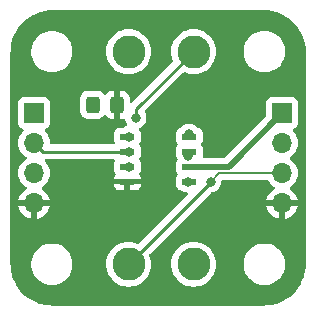
<source format=gtl>
%TF.GenerationSoftware,KiCad,Pcbnew,7.0.6*%
%TF.CreationDate,2023-11-15T12:58:54-06:00*%
%TF.ProjectId,TorqueSensorAmpifierPCB,546f7271-7565-4536-956e-736f72416d70,rev?*%
%TF.SameCoordinates,Original*%
%TF.FileFunction,Copper,L1,Top*%
%TF.FilePolarity,Positive*%
%FSLAX46Y46*%
G04 Gerber Fmt 4.6, Leading zero omitted, Abs format (unit mm)*
G04 Created by KiCad (PCBNEW 7.0.6) date 2023-11-15 12:58:54*
%MOMM*%
%LPD*%
G01*
G04 APERTURE LIST*
G04 Aperture macros list*
%AMRoundRect*
0 Rectangle with rounded corners*
0 $1 Rounding radius*
0 $2 $3 $4 $5 $6 $7 $8 $9 X,Y pos of 4 corners*
0 Add a 4 corners polygon primitive as box body*
4,1,4,$2,$3,$4,$5,$6,$7,$8,$9,$2,$3,0*
0 Add four circle primitives for the rounded corners*
1,1,$1+$1,$2,$3*
1,1,$1+$1,$4,$5*
1,1,$1+$1,$6,$7*
1,1,$1+$1,$8,$9*
0 Add four rect primitives between the rounded corners*
20,1,$1+$1,$2,$3,$4,$5,0*
20,1,$1+$1,$4,$5,$6,$7,0*
20,1,$1+$1,$6,$7,$8,$9,0*
20,1,$1+$1,$8,$9,$2,$3,0*%
G04 Aperture macros list end*
%TA.AperFunction,ComponentPad*%
%ADD10C,2.800000*%
%TD*%
%TA.AperFunction,SMDPad,CuDef*%
%ADD11RoundRect,0.250000X0.325000X0.450000X-0.325000X0.450000X-0.325000X-0.450000X0.325000X-0.450000X0*%
%TD*%
%TA.AperFunction,ComponentPad*%
%ADD12R,1.700000X1.700000*%
%TD*%
%TA.AperFunction,ComponentPad*%
%ADD13O,1.700000X1.700000*%
%TD*%
%TA.AperFunction,SMDPad,CuDef*%
%ADD14R,1.257300X0.508000*%
%TD*%
%TA.AperFunction,ViaPad*%
%ADD15C,0.800000*%
%TD*%
%TA.AperFunction,Conductor*%
%ADD16C,0.250000*%
%TD*%
%TA.AperFunction,Conductor*%
%ADD17C,0.200000*%
%TD*%
%TA.AperFunction,Conductor*%
%ADD18C,0.500000*%
%TD*%
G04 APERTURE END LIST*
D10*
%TO.P,TP1,1,1*%
%TO.N,/SIG_IN_+*%
X73000000Y-91500000D03*
%TD*%
D11*
%TO.P,D1,1,K*%
%TO.N,GND*%
X66525000Y-96000000D03*
%TO.P,D1,2,A*%
%TO.N,Net-(D1-A)*%
X64475000Y-96000000D03*
%TD*%
D12*
%TO.P,J2,1,Pin_1*%
%TO.N,+5V*%
X80500000Y-96700000D03*
D13*
%TO.P,J2,2,Pin_2*%
%TO.N,GNDS*%
X80500000Y-99240000D03*
%TO.P,J2,3,Pin_3*%
%TO.N,/SIG_OUT_+*%
X80500000Y-101780000D03*
%TO.P,J2,4,Pin_4*%
%TO.N,GND*%
X80500000Y-104320000D03*
%TD*%
D10*
%TO.P,TP4,1,1*%
%TO.N,GNDS*%
X73000000Y-109500000D03*
%TD*%
D14*
%TO.P,U1,1,GAIN*%
%TO.N,Net-(R2-Pad1)*%
X67402450Y-98690000D03*
%TO.P,U1,2,-*%
%TO.N,GNDS*%
X67402450Y-99960000D03*
%TO.P,U1,3,+*%
%TO.N,/SIG_IN_+*%
X67402450Y-101230000D03*
%TO.P,U1,4,GND*%
%TO.N,GND*%
X67402450Y-102500000D03*
%TO.P,U1,5*%
%TO.N,Net-(C3-Pad1)*%
X72647550Y-102500000D03*
%TO.P,U1,6,V+*%
%TO.N,+5V*%
X72647550Y-101230000D03*
%TO.P,U1,7,BYPASS*%
%TO.N,Net-(U1-BYPASS)*%
X72647550Y-99960000D03*
%TO.P,U1,8,GAIN*%
%TO.N,Net-(C2-Pad1)*%
X72647550Y-98690000D03*
%TD*%
D10*
%TO.P,TP2,1,1*%
%TO.N,GNDS*%
X67500000Y-91500000D03*
%TD*%
%TO.P,TP3,1,1*%
%TO.N,/SIG_OUT_+*%
X67500000Y-109500000D03*
%TD*%
D12*
%TO.P,J1,1,Pin_1*%
%TO.N,+5V*%
X59500000Y-96700000D03*
D13*
%TO.P,J1,2,Pin_2*%
%TO.N,GNDS*%
X59500000Y-99240000D03*
%TO.P,J1,3,Pin_3*%
%TO.N,/SIG_IN_+*%
X59500000Y-101780000D03*
%TO.P,J1,4,Pin_4*%
%TO.N,GND*%
X59500000Y-104320000D03*
%TD*%
D15*
%TO.N,Net-(U1-BYPASS)*%
X72550000Y-100376498D03*
%TO.N,Net-(C2-Pad1)*%
X72600000Y-98500000D03*
%TO.N,Net-(C3-Pad1)*%
X72500000Y-102500000D03*
%TO.N,/SIG_OUT_+*%
X74450000Y-102500000D03*
%TO.N,Net-(D1-A)*%
X64412500Y-96000000D03*
%TO.N,Net-(R2-Pad1)*%
X67550000Y-98690000D03*
%TO.N,GNDS*%
X67550000Y-99960000D03*
%TO.N,/SIG_IN_+*%
X67550000Y-101230000D03*
X68107701Y-97107701D03*
%TD*%
D16*
%TO.N,Net-(U1-BYPASS)*%
X72500000Y-100326498D02*
X72500000Y-99960000D01*
X72550000Y-100376498D02*
X72500000Y-100326498D01*
%TO.N,Net-(C2-Pad1)*%
X72500000Y-98600000D02*
X72600000Y-98500000D01*
X72500000Y-98690000D02*
X72500000Y-98600000D01*
%TO.N,/SIG_OUT_+*%
X74450000Y-102550000D02*
X74450000Y-102500000D01*
D17*
X80500000Y-101780000D02*
X75170000Y-101780000D01*
D16*
X67500000Y-109500000D02*
X74450000Y-102550000D01*
D17*
X75170000Y-101780000D02*
X74450000Y-102500000D01*
D16*
%TO.N,Net-(D1-A)*%
X64475000Y-96000000D02*
X64412500Y-96000000D01*
%TO.N,GNDS*%
X67550000Y-99960000D02*
X60220000Y-99960000D01*
X60220000Y-99960000D02*
X59500000Y-99240000D01*
%TO.N,/SIG_IN_+*%
X68107701Y-96392299D02*
X73000000Y-91500000D01*
X68107701Y-97107701D02*
X68107701Y-96392299D01*
D18*
%TO.N,+5V*%
X72500000Y-101230000D02*
X75970000Y-101230000D01*
X75970000Y-101230000D02*
X80500000Y-96700000D01*
%TD*%
%TA.AperFunction,Conductor*%
%TO.N,GND*%
G36*
X79001513Y-88000575D02*
G01*
X79067131Y-88003797D01*
X79152481Y-88007990D01*
X79346607Y-88018164D01*
X79352409Y-88018745D01*
X79521733Y-88043862D01*
X79697594Y-88071716D01*
X79702929Y-88072804D01*
X79872209Y-88115206D01*
X80041341Y-88160525D01*
X80046122Y-88162018D01*
X80211894Y-88221332D01*
X80374263Y-88283660D01*
X80378543Y-88285492D01*
X80464073Y-88325944D01*
X80538476Y-88361134D01*
X80692992Y-88439864D01*
X80696720Y-88441928D01*
X80848967Y-88533180D01*
X80994262Y-88627537D01*
X80997428Y-88629736D01*
X81140323Y-88735714D01*
X81274975Y-88844752D01*
X81277594Y-88846997D01*
X81408517Y-88965658D01*
X81410721Y-88967757D01*
X81532241Y-89089277D01*
X81534340Y-89091481D01*
X81653001Y-89222404D01*
X81655246Y-89225023D01*
X81764285Y-89359676D01*
X81870262Y-89502570D01*
X81872461Y-89505736D01*
X81966822Y-89651038D01*
X82058070Y-89803278D01*
X82060133Y-89807006D01*
X82138868Y-89961529D01*
X82214506Y-90121455D01*
X82216342Y-90125746D01*
X82278672Y-90288120D01*
X82289827Y-90319295D01*
X82337970Y-90453847D01*
X82339479Y-90458678D01*
X82384793Y-90627790D01*
X82427191Y-90797056D01*
X82428286Y-90802424D01*
X82456145Y-90978317D01*
X82481250Y-91147560D01*
X82481836Y-91153416D01*
X82492011Y-91347561D01*
X82499425Y-91498488D01*
X82499500Y-91501530D01*
X82499500Y-109498469D01*
X82499425Y-109501511D01*
X82492011Y-109652438D01*
X82481836Y-109846582D01*
X82481250Y-109852438D01*
X82456145Y-110021682D01*
X82428286Y-110197574D01*
X82427191Y-110202942D01*
X82384793Y-110372209D01*
X82339479Y-110541320D01*
X82337967Y-110546163D01*
X82278672Y-110711879D01*
X82216342Y-110874252D01*
X82214507Y-110878543D01*
X82138868Y-111038470D01*
X82060133Y-111192992D01*
X82058070Y-111196720D01*
X81966822Y-111348961D01*
X81872461Y-111494262D01*
X81870262Y-111497428D01*
X81764285Y-111640323D01*
X81655245Y-111774975D01*
X81653001Y-111777594D01*
X81534340Y-111908517D01*
X81532241Y-111910721D01*
X81410721Y-112032241D01*
X81408517Y-112034340D01*
X81277594Y-112153001D01*
X81274975Y-112155245D01*
X81140323Y-112264285D01*
X80997428Y-112370262D01*
X80994262Y-112372461D01*
X80848961Y-112466822D01*
X80696720Y-112558070D01*
X80692992Y-112560133D01*
X80538470Y-112638868D01*
X80378543Y-112714507D01*
X80374252Y-112716342D01*
X80211879Y-112778672D01*
X80046163Y-112837967D01*
X80041320Y-112839479D01*
X79872209Y-112884793D01*
X79702942Y-112927191D01*
X79697574Y-112928286D01*
X79521682Y-112956145D01*
X79352438Y-112981250D01*
X79346582Y-112981836D01*
X79152438Y-112992011D01*
X79001513Y-112999425D01*
X78998470Y-112999500D01*
X61001530Y-112999500D01*
X60998488Y-112999425D01*
X60847561Y-112992011D01*
X60653416Y-112981836D01*
X60647560Y-112981250D01*
X60478317Y-112956145D01*
X60302424Y-112928286D01*
X60297056Y-112927191D01*
X60127790Y-112884793D01*
X59958678Y-112839479D01*
X59953847Y-112837970D01*
X59847307Y-112799850D01*
X59788120Y-112778672D01*
X59625746Y-112716342D01*
X59621455Y-112714506D01*
X59461529Y-112638868D01*
X59307006Y-112560133D01*
X59303278Y-112558070D01*
X59151038Y-112466822D01*
X59005736Y-112372461D01*
X59002570Y-112370262D01*
X58859676Y-112264285D01*
X58725023Y-112155246D01*
X58722404Y-112153001D01*
X58591481Y-112034340D01*
X58589277Y-112032241D01*
X58467757Y-111910721D01*
X58465658Y-111908517D01*
X58346997Y-111777594D01*
X58344752Y-111774975D01*
X58235714Y-111640323D01*
X58129736Y-111497428D01*
X58127537Y-111494262D01*
X58033177Y-111348961D01*
X58020718Y-111328175D01*
X57963776Y-111233172D01*
X57941928Y-111196720D01*
X57939864Y-111192992D01*
X57861131Y-111038470D01*
X57785492Y-110878543D01*
X57783656Y-110874252D01*
X57735097Y-110747752D01*
X57721327Y-110711879D01*
X57662018Y-110546122D01*
X57660525Y-110541341D01*
X57615206Y-110372209D01*
X57572804Y-110202929D01*
X57571716Y-110197594D01*
X57543854Y-110021682D01*
X57518745Y-109852409D01*
X57518164Y-109846607D01*
X57507989Y-109652438D01*
X57506945Y-109631187D01*
X59249500Y-109631187D01*
X59269794Y-109765823D01*
X59288604Y-109890615D01*
X59288605Y-109890617D01*
X59288606Y-109890623D01*
X59365938Y-110141326D01*
X59479767Y-110377696D01*
X59479768Y-110377697D01*
X59479770Y-110377700D01*
X59479772Y-110377704D01*
X59583679Y-110530107D01*
X59627567Y-110594479D01*
X59806014Y-110786801D01*
X59806018Y-110786804D01*
X59806019Y-110786805D01*
X60011143Y-110950386D01*
X60238357Y-111081568D01*
X60482584Y-111177420D01*
X60738370Y-111235802D01*
X60738376Y-111235802D01*
X60738379Y-111235803D01*
X60934500Y-111250500D01*
X60934506Y-111250500D01*
X61065500Y-111250500D01*
X61261620Y-111235803D01*
X61261622Y-111235802D01*
X61261630Y-111235802D01*
X61517416Y-111177420D01*
X61761643Y-111081568D01*
X61988857Y-110950386D01*
X62193981Y-110786805D01*
X62372433Y-110594479D01*
X62520228Y-110377704D01*
X62634063Y-110141323D01*
X62711396Y-109890615D01*
X62750500Y-109631182D01*
X62750500Y-109500001D01*
X65594645Y-109500001D01*
X65614039Y-109771160D01*
X65614040Y-109771167D01*
X65640025Y-109890617D01*
X65671825Y-110036801D01*
X65731798Y-110197594D01*
X65766830Y-110291519D01*
X65897109Y-110530107D01*
X65897110Y-110530108D01*
X65897113Y-110530113D01*
X66060029Y-110747742D01*
X66060033Y-110747746D01*
X66060038Y-110747752D01*
X66252247Y-110939961D01*
X66252253Y-110939966D01*
X66252258Y-110939971D01*
X66469887Y-111102887D01*
X66469891Y-111102889D01*
X66469892Y-111102890D01*
X66708481Y-111233169D01*
X66708480Y-111233169D01*
X66708484Y-111233170D01*
X66708487Y-111233172D01*
X66963199Y-111328175D01*
X67228840Y-111385961D01*
X67480604Y-111403967D01*
X67499999Y-111405355D01*
X67500000Y-111405355D01*
X67500001Y-111405355D01*
X67518100Y-111404060D01*
X67771160Y-111385961D01*
X68036801Y-111328175D01*
X68291513Y-111233172D01*
X68291517Y-111233169D01*
X68291519Y-111233169D01*
X68444467Y-111149653D01*
X68530113Y-111102887D01*
X68747742Y-110939971D01*
X68939971Y-110747742D01*
X69102887Y-110530113D01*
X69189109Y-110372209D01*
X69233169Y-110291519D01*
X69233169Y-110291517D01*
X69233172Y-110291513D01*
X69328175Y-110036801D01*
X69385961Y-109771160D01*
X69405355Y-109500001D01*
X71094645Y-109500001D01*
X71114039Y-109771160D01*
X71114040Y-109771167D01*
X71140025Y-109890617D01*
X71171825Y-110036801D01*
X71231798Y-110197594D01*
X71266830Y-110291519D01*
X71397109Y-110530107D01*
X71397110Y-110530108D01*
X71397113Y-110530113D01*
X71560029Y-110747742D01*
X71560033Y-110747746D01*
X71560038Y-110747752D01*
X71752247Y-110939961D01*
X71752253Y-110939966D01*
X71752258Y-110939971D01*
X71969887Y-111102887D01*
X71969891Y-111102889D01*
X71969892Y-111102890D01*
X72208481Y-111233169D01*
X72208480Y-111233169D01*
X72208484Y-111233170D01*
X72208487Y-111233172D01*
X72463199Y-111328175D01*
X72728840Y-111385961D01*
X72980605Y-111403967D01*
X72999999Y-111405355D01*
X73000000Y-111405355D01*
X73000001Y-111405355D01*
X73018100Y-111404060D01*
X73271160Y-111385961D01*
X73536801Y-111328175D01*
X73791513Y-111233172D01*
X73791517Y-111233169D01*
X73791519Y-111233169D01*
X73944467Y-111149653D01*
X74030113Y-111102887D01*
X74247742Y-110939971D01*
X74439971Y-110747742D01*
X74602887Y-110530113D01*
X74689109Y-110372209D01*
X74733169Y-110291519D01*
X74733169Y-110291517D01*
X74733172Y-110291513D01*
X74828175Y-110036801D01*
X74885961Y-109771160D01*
X74895972Y-109631187D01*
X77249500Y-109631187D01*
X77269794Y-109765823D01*
X77288604Y-109890615D01*
X77288605Y-109890617D01*
X77288606Y-109890623D01*
X77365938Y-110141326D01*
X77479767Y-110377696D01*
X77479768Y-110377697D01*
X77479770Y-110377700D01*
X77479772Y-110377704D01*
X77583679Y-110530107D01*
X77627567Y-110594479D01*
X77806014Y-110786801D01*
X77806018Y-110786804D01*
X77806019Y-110786805D01*
X78011143Y-110950386D01*
X78238357Y-111081568D01*
X78482584Y-111177420D01*
X78738370Y-111235802D01*
X78738376Y-111235802D01*
X78738379Y-111235803D01*
X78934500Y-111250500D01*
X78934506Y-111250500D01*
X79065500Y-111250500D01*
X79261620Y-111235803D01*
X79261622Y-111235802D01*
X79261630Y-111235802D01*
X79517416Y-111177420D01*
X79761643Y-111081568D01*
X79988857Y-110950386D01*
X80193981Y-110786805D01*
X80372433Y-110594479D01*
X80520228Y-110377704D01*
X80634063Y-110141323D01*
X80711396Y-109890615D01*
X80750500Y-109631182D01*
X80750500Y-109368818D01*
X80711396Y-109109385D01*
X80634063Y-108858677D01*
X80577675Y-108741585D01*
X80520232Y-108622303D01*
X80520231Y-108622302D01*
X80520230Y-108622301D01*
X80520228Y-108622296D01*
X80372433Y-108405521D01*
X80362441Y-108394753D01*
X80193985Y-108213198D01*
X80154533Y-108181736D01*
X79988857Y-108049614D01*
X79761643Y-107918432D01*
X79517416Y-107822580D01*
X79517411Y-107822578D01*
X79517402Y-107822576D01*
X79273161Y-107766830D01*
X79261630Y-107764198D01*
X79261629Y-107764197D01*
X79261625Y-107764197D01*
X79261620Y-107764196D01*
X79065500Y-107749500D01*
X79065494Y-107749500D01*
X78934506Y-107749500D01*
X78934500Y-107749500D01*
X78738379Y-107764196D01*
X78738374Y-107764197D01*
X78482597Y-107822576D01*
X78482578Y-107822582D01*
X78238356Y-107918432D01*
X78011143Y-108049614D01*
X77806014Y-108213198D01*
X77627567Y-108405520D01*
X77479768Y-108622302D01*
X77479767Y-108622303D01*
X77365938Y-108858673D01*
X77288606Y-109109376D01*
X77288605Y-109109381D01*
X77288604Y-109109385D01*
X77273853Y-109207247D01*
X77249500Y-109368812D01*
X77249500Y-109631187D01*
X74895972Y-109631187D01*
X74905355Y-109500000D01*
X74905245Y-109498469D01*
X74902765Y-109463799D01*
X74885961Y-109228840D01*
X74828175Y-108963199D01*
X74733172Y-108708487D01*
X74733170Y-108708484D01*
X74733169Y-108708480D01*
X74602890Y-108469892D01*
X74602889Y-108469891D01*
X74602887Y-108469887D01*
X74439971Y-108252258D01*
X74439966Y-108252253D01*
X74439961Y-108252247D01*
X74247752Y-108060038D01*
X74247746Y-108060033D01*
X74247742Y-108060029D01*
X74030113Y-107897113D01*
X74030108Y-107897110D01*
X74030107Y-107897109D01*
X73791518Y-107766830D01*
X73791519Y-107766830D01*
X73681998Y-107725981D01*
X73536801Y-107671825D01*
X73536794Y-107671823D01*
X73536793Y-107671823D01*
X73271167Y-107614040D01*
X73271160Y-107614039D01*
X73000001Y-107594645D01*
X72999999Y-107594645D01*
X72728839Y-107614039D01*
X72728832Y-107614040D01*
X72463206Y-107671823D01*
X72463202Y-107671824D01*
X72463199Y-107671825D01*
X72335842Y-107719326D01*
X72208480Y-107766830D01*
X71969892Y-107897109D01*
X71969891Y-107897110D01*
X71752259Y-108060028D01*
X71752247Y-108060038D01*
X71560038Y-108252247D01*
X71560028Y-108252259D01*
X71397110Y-108469891D01*
X71397109Y-108469892D01*
X71266830Y-108708480D01*
X71254483Y-108741585D01*
X71171825Y-108963199D01*
X71171824Y-108963202D01*
X71171823Y-108963206D01*
X71114040Y-109228832D01*
X71114039Y-109228839D01*
X71094645Y-109499998D01*
X71094645Y-109500001D01*
X69405355Y-109500001D01*
X69405355Y-109500000D01*
X69405245Y-109498469D01*
X69402765Y-109463799D01*
X69385961Y-109228840D01*
X69328175Y-108963199D01*
X69245517Y-108741585D01*
X69240533Y-108671894D01*
X69274016Y-108610573D01*
X74447771Y-103436819D01*
X74509095Y-103403334D01*
X74535453Y-103400500D01*
X74544644Y-103400500D01*
X74544646Y-103400500D01*
X74729803Y-103361144D01*
X74902730Y-103284151D01*
X75055871Y-103172888D01*
X75182533Y-103032216D01*
X75277179Y-102868284D01*
X75335674Y-102688256D01*
X75355460Y-102500000D01*
X75355459Y-102499998D01*
X75356139Y-102493537D01*
X75358603Y-102493795D01*
X75375145Y-102437461D01*
X75427949Y-102391706D01*
X75479460Y-102380500D01*
X79210909Y-102380500D01*
X79277948Y-102400185D01*
X79323292Y-102452097D01*
X79325965Y-102457830D01*
X79351148Y-102493795D01*
X79461501Y-102651395D01*
X79461506Y-102651402D01*
X79628597Y-102818493D01*
X79628603Y-102818498D01*
X79814594Y-102948730D01*
X79858219Y-103003307D01*
X79865413Y-103072805D01*
X79833890Y-103135160D01*
X79814595Y-103151880D01*
X79628922Y-103281890D01*
X79628920Y-103281891D01*
X79461891Y-103448920D01*
X79461886Y-103448926D01*
X79326400Y-103642420D01*
X79326399Y-103642422D01*
X79226570Y-103856507D01*
X79226567Y-103856513D01*
X79169364Y-104069999D01*
X79169364Y-104070000D01*
X80066314Y-104070000D01*
X80040507Y-104110156D01*
X80000000Y-104248111D01*
X80000000Y-104391889D01*
X80040507Y-104529844D01*
X80066314Y-104570000D01*
X79169364Y-104570000D01*
X79226567Y-104783486D01*
X79226570Y-104783492D01*
X79326399Y-104997578D01*
X79461894Y-105191082D01*
X79628917Y-105358105D01*
X79822421Y-105493600D01*
X80036507Y-105593429D01*
X80036516Y-105593433D01*
X80250000Y-105650634D01*
X80250000Y-104755501D01*
X80357685Y-104804680D01*
X80464237Y-104820000D01*
X80535763Y-104820000D01*
X80642315Y-104804680D01*
X80750000Y-104755501D01*
X80750000Y-105650633D01*
X80963483Y-105593433D01*
X80963492Y-105593429D01*
X81177578Y-105493600D01*
X81371082Y-105358105D01*
X81538105Y-105191082D01*
X81673600Y-104997578D01*
X81773429Y-104783492D01*
X81773432Y-104783486D01*
X81830636Y-104570000D01*
X80933686Y-104570000D01*
X80959493Y-104529844D01*
X81000000Y-104391889D01*
X81000000Y-104248111D01*
X80959493Y-104110156D01*
X80933686Y-104070000D01*
X81830636Y-104070000D01*
X81830635Y-104069999D01*
X81773432Y-103856513D01*
X81773429Y-103856507D01*
X81673600Y-103642422D01*
X81673599Y-103642420D01*
X81538113Y-103448926D01*
X81538108Y-103448920D01*
X81371078Y-103281890D01*
X81185405Y-103151879D01*
X81141780Y-103097302D01*
X81134588Y-103027804D01*
X81166110Y-102965449D01*
X81185406Y-102948730D01*
X81371401Y-102818495D01*
X81538495Y-102651401D01*
X81674035Y-102457830D01*
X81773903Y-102243663D01*
X81835063Y-102015408D01*
X81855659Y-101780000D01*
X81835063Y-101544592D01*
X81773903Y-101316337D01*
X81674035Y-101102171D01*
X81674034Y-101102169D01*
X81538494Y-100908597D01*
X81371402Y-100741506D01*
X81371401Y-100741505D01*
X81247041Y-100654427D01*
X81185841Y-100611574D01*
X81142216Y-100556997D01*
X81135024Y-100487498D01*
X81166546Y-100425144D01*
X81185836Y-100408428D01*
X81371401Y-100278495D01*
X81538495Y-100111401D01*
X81674035Y-99917830D01*
X81773903Y-99703663D01*
X81835063Y-99475408D01*
X81855659Y-99240000D01*
X81835063Y-99004592D01*
X81773903Y-98776337D01*
X81674035Y-98562171D01*
X81552174Y-98388135D01*
X81538496Y-98368600D01*
X81498409Y-98328513D01*
X81416567Y-98246671D01*
X81383084Y-98185351D01*
X81388068Y-98115659D01*
X81429939Y-98059725D01*
X81460915Y-98042810D01*
X81592331Y-97993796D01*
X81707546Y-97907546D01*
X81793796Y-97792331D01*
X81844091Y-97657483D01*
X81850500Y-97597873D01*
X81850499Y-95802128D01*
X81844091Y-95742517D01*
X81837517Y-95724892D01*
X81793797Y-95607671D01*
X81793793Y-95607664D01*
X81707547Y-95492455D01*
X81707544Y-95492452D01*
X81592335Y-95406206D01*
X81592328Y-95406202D01*
X81457482Y-95355908D01*
X81457483Y-95355908D01*
X81397883Y-95349501D01*
X81397881Y-95349500D01*
X81397873Y-95349500D01*
X81397864Y-95349500D01*
X79602129Y-95349500D01*
X79602123Y-95349501D01*
X79542516Y-95355908D01*
X79407671Y-95406202D01*
X79407664Y-95406206D01*
X79292455Y-95492452D01*
X79292452Y-95492455D01*
X79206206Y-95607664D01*
X79206202Y-95607671D01*
X79155908Y-95742517D01*
X79149501Y-95802116D01*
X79149501Y-95802123D01*
X79149500Y-95802135D01*
X79149500Y-96937769D01*
X79129815Y-97004808D01*
X79113181Y-97025450D01*
X75695451Y-100443181D01*
X75634128Y-100476666D01*
X75607770Y-100479500D01*
X73889668Y-100479500D01*
X73822629Y-100459815D01*
X73776874Y-100407011D01*
X73766930Y-100337853D01*
X73768990Y-100326988D01*
X73770287Y-100321492D01*
X73770291Y-100321483D01*
X73776700Y-100261873D01*
X73776699Y-99658128D01*
X73770291Y-99598517D01*
X73724374Y-99475408D01*
X73719997Y-99463671D01*
X73719995Y-99463668D01*
X73671817Y-99399310D01*
X73647400Y-99333846D01*
X73662252Y-99265573D01*
X73671811Y-99250697D01*
X73719996Y-99186331D01*
X73770291Y-99051483D01*
X73776700Y-98991873D01*
X73776699Y-98388128D01*
X73770291Y-98328517D01*
X73719996Y-98193669D01*
X73719995Y-98193668D01*
X73719993Y-98193664D01*
X73633747Y-98078455D01*
X73633744Y-98078452D01*
X73518535Y-97992206D01*
X73518528Y-97992202D01*
X73383682Y-97941908D01*
X73383684Y-97941908D01*
X73348411Y-97938116D01*
X73283860Y-97911377D01*
X73269518Y-97897799D01*
X73205875Y-97827116D01*
X73205869Y-97827110D01*
X73052734Y-97715851D01*
X73052729Y-97715848D01*
X72879807Y-97638857D01*
X72879802Y-97638855D01*
X72734001Y-97607865D01*
X72694646Y-97599500D01*
X72505354Y-97599500D01*
X72472897Y-97606398D01*
X72320197Y-97638855D01*
X72320192Y-97638857D01*
X72147270Y-97715848D01*
X72147265Y-97715851D01*
X71994135Y-97827106D01*
X71994128Y-97827112D01*
X71900659Y-97930918D01*
X71851846Y-97964126D01*
X71776565Y-97992205D01*
X71661355Y-98078452D01*
X71661352Y-98078455D01*
X71575106Y-98193664D01*
X71575102Y-98193671D01*
X71524810Y-98328513D01*
X71524809Y-98328517D01*
X71518400Y-98388127D01*
X71518400Y-98388134D01*
X71518400Y-98388135D01*
X71518400Y-98991870D01*
X71518401Y-98991876D01*
X71524808Y-99051483D01*
X71575102Y-99186328D01*
X71575104Y-99186331D01*
X71623282Y-99250689D01*
X71647699Y-99316154D01*
X71632847Y-99384427D01*
X71623282Y-99399311D01*
X71575104Y-99463668D01*
X71575102Y-99463671D01*
X71524810Y-99598513D01*
X71524809Y-99598517D01*
X71518400Y-99658127D01*
X71518400Y-99658134D01*
X71518400Y-99658135D01*
X71518400Y-100261870D01*
X71518401Y-100261876D01*
X71524808Y-100321483D01*
X71575102Y-100456328D01*
X71575104Y-100456331D01*
X71623282Y-100520689D01*
X71647699Y-100586154D01*
X71632847Y-100654427D01*
X71623282Y-100669311D01*
X71575104Y-100733668D01*
X71575102Y-100733671D01*
X71524810Y-100868513D01*
X71524809Y-100868517D01*
X71518400Y-100928127D01*
X71518400Y-100928134D01*
X71518400Y-100928135D01*
X71518400Y-101531870D01*
X71518401Y-101531876D01*
X71524808Y-101591483D01*
X71575102Y-101726328D01*
X71575104Y-101726331D01*
X71623282Y-101790689D01*
X71647699Y-101856154D01*
X71632847Y-101924427D01*
X71623282Y-101939311D01*
X71575104Y-102003668D01*
X71575102Y-102003671D01*
X71527799Y-102130500D01*
X71524809Y-102138517D01*
X71518400Y-102198127D01*
X71518400Y-102198134D01*
X71518400Y-102198135D01*
X71518400Y-102801870D01*
X71518401Y-102801876D01*
X71524808Y-102861483D01*
X71575102Y-102996328D01*
X71575106Y-102996335D01*
X71661352Y-103111544D01*
X71661355Y-103111547D01*
X71776564Y-103197793D01*
X71776571Y-103197797D01*
X71911416Y-103248091D01*
X71971015Y-103254499D01*
X71971020Y-103254499D01*
X71971027Y-103254500D01*
X71971033Y-103254499D01*
X71972670Y-103254588D01*
X71973034Y-103254716D01*
X71974331Y-103254856D01*
X71974298Y-103255162D01*
X72038563Y-103277826D01*
X72038931Y-103278093D01*
X72047269Y-103284151D01*
X72220192Y-103361142D01*
X72220197Y-103361144D01*
X72405354Y-103400500D01*
X72405355Y-103400500D01*
X72415546Y-103400500D01*
X72482585Y-103420185D01*
X72528340Y-103472989D01*
X72538284Y-103542147D01*
X72509259Y-103605703D01*
X72503227Y-103612181D01*
X68389426Y-107725981D01*
X68328103Y-107759466D01*
X68258412Y-107754482D01*
X68036801Y-107671825D01*
X68036794Y-107671823D01*
X68036793Y-107671823D01*
X67771167Y-107614040D01*
X67771160Y-107614039D01*
X67500001Y-107594645D01*
X67499999Y-107594645D01*
X67228839Y-107614039D01*
X67228832Y-107614040D01*
X66963206Y-107671823D01*
X66963202Y-107671824D01*
X66963199Y-107671825D01*
X66835842Y-107719326D01*
X66708480Y-107766830D01*
X66469892Y-107897109D01*
X66469891Y-107897110D01*
X66252259Y-108060028D01*
X66252247Y-108060038D01*
X66060038Y-108252247D01*
X66060028Y-108252259D01*
X65897110Y-108469891D01*
X65897109Y-108469892D01*
X65766830Y-108708480D01*
X65754483Y-108741585D01*
X65671825Y-108963199D01*
X65671824Y-108963202D01*
X65671823Y-108963206D01*
X65614040Y-109228832D01*
X65614039Y-109228839D01*
X65594645Y-109499998D01*
X65594645Y-109500001D01*
X62750500Y-109500001D01*
X62750500Y-109368818D01*
X62711396Y-109109385D01*
X62634063Y-108858677D01*
X62577675Y-108741585D01*
X62520232Y-108622303D01*
X62520231Y-108622302D01*
X62520230Y-108622301D01*
X62520228Y-108622296D01*
X62372433Y-108405521D01*
X62362441Y-108394753D01*
X62193985Y-108213198D01*
X62154533Y-108181736D01*
X61988857Y-108049614D01*
X61761643Y-107918432D01*
X61517416Y-107822580D01*
X61517411Y-107822578D01*
X61517402Y-107822576D01*
X61273161Y-107766830D01*
X61261630Y-107764198D01*
X61261629Y-107764197D01*
X61261625Y-107764197D01*
X61261620Y-107764196D01*
X61065500Y-107749500D01*
X61065494Y-107749500D01*
X60934506Y-107749500D01*
X60934500Y-107749500D01*
X60738379Y-107764196D01*
X60738374Y-107764197D01*
X60482597Y-107822576D01*
X60482578Y-107822582D01*
X60238356Y-107918432D01*
X60011143Y-108049614D01*
X59806014Y-108213198D01*
X59627567Y-108405520D01*
X59479768Y-108622302D01*
X59479767Y-108622303D01*
X59365938Y-108858673D01*
X59288606Y-109109376D01*
X59288605Y-109109381D01*
X59288604Y-109109385D01*
X59273853Y-109207247D01*
X59249500Y-109368812D01*
X59249500Y-109631187D01*
X57506945Y-109631187D01*
X57503797Y-109567131D01*
X57500575Y-109501513D01*
X57500500Y-109498471D01*
X57500500Y-101780000D01*
X58144341Y-101780000D01*
X58164936Y-102015403D01*
X58164938Y-102015413D01*
X58226094Y-102243655D01*
X58226096Y-102243659D01*
X58226097Y-102243663D01*
X58295131Y-102391706D01*
X58325965Y-102457830D01*
X58325967Y-102457834D01*
X58461501Y-102651395D01*
X58461506Y-102651402D01*
X58628597Y-102818493D01*
X58628603Y-102818498D01*
X58814594Y-102948730D01*
X58858219Y-103003307D01*
X58865413Y-103072805D01*
X58833890Y-103135160D01*
X58814595Y-103151880D01*
X58628922Y-103281890D01*
X58628920Y-103281891D01*
X58461891Y-103448920D01*
X58461886Y-103448926D01*
X58326400Y-103642420D01*
X58326399Y-103642422D01*
X58226570Y-103856507D01*
X58226567Y-103856513D01*
X58169364Y-104069999D01*
X58169364Y-104070000D01*
X59066314Y-104070000D01*
X59040507Y-104110156D01*
X59000000Y-104248111D01*
X59000000Y-104391889D01*
X59040507Y-104529844D01*
X59066314Y-104570000D01*
X58169364Y-104570000D01*
X58226567Y-104783486D01*
X58226570Y-104783492D01*
X58326399Y-104997578D01*
X58461894Y-105191082D01*
X58628917Y-105358105D01*
X58822421Y-105493600D01*
X59036507Y-105593429D01*
X59036516Y-105593433D01*
X59249998Y-105650635D01*
X59249999Y-105650634D01*
X59249999Y-104755501D01*
X59357685Y-104804680D01*
X59464237Y-104820000D01*
X59535763Y-104820000D01*
X59642315Y-104804680D01*
X59750000Y-104755501D01*
X59750000Y-105650633D01*
X59963483Y-105593433D01*
X59963492Y-105593429D01*
X60177578Y-105493600D01*
X60371082Y-105358105D01*
X60538105Y-105191082D01*
X60673600Y-104997578D01*
X60773429Y-104783492D01*
X60773432Y-104783486D01*
X60830636Y-104570000D01*
X59933686Y-104570000D01*
X59959493Y-104529844D01*
X60000000Y-104391889D01*
X60000000Y-104248111D01*
X59959493Y-104110156D01*
X59933686Y-104070000D01*
X60830636Y-104070000D01*
X60830635Y-104069999D01*
X60773432Y-103856513D01*
X60773429Y-103856507D01*
X60673600Y-103642422D01*
X60673599Y-103642420D01*
X60538113Y-103448926D01*
X60538108Y-103448920D01*
X60371078Y-103281890D01*
X60185405Y-103151879D01*
X60141780Y-103097302D01*
X60134588Y-103027804D01*
X60166110Y-102965449D01*
X60185406Y-102948730D01*
X60371401Y-102818495D01*
X60439896Y-102750000D01*
X66273800Y-102750000D01*
X66273800Y-102801844D01*
X66280201Y-102861372D01*
X66280203Y-102861379D01*
X66330445Y-102996086D01*
X66330449Y-102996093D01*
X66416609Y-103111187D01*
X66416612Y-103111190D01*
X66531706Y-103197350D01*
X66531713Y-103197354D01*
X66666420Y-103247596D01*
X66666427Y-103247598D01*
X66725955Y-103253999D01*
X66725972Y-103254000D01*
X67152450Y-103254000D01*
X67152450Y-102750000D01*
X67652450Y-102750000D01*
X67652450Y-103254000D01*
X68078928Y-103254000D01*
X68078944Y-103253999D01*
X68138472Y-103247598D01*
X68138479Y-103247596D01*
X68273186Y-103197354D01*
X68273193Y-103197350D01*
X68388287Y-103111190D01*
X68388290Y-103111187D01*
X68474450Y-102996093D01*
X68474454Y-102996086D01*
X68524696Y-102861379D01*
X68524698Y-102861372D01*
X68531099Y-102801844D01*
X68531100Y-102801827D01*
X68531100Y-102750000D01*
X67652450Y-102750000D01*
X67152450Y-102750000D01*
X66273800Y-102750000D01*
X60439896Y-102750000D01*
X60538495Y-102651401D01*
X60674035Y-102457830D01*
X60773903Y-102243663D01*
X60835063Y-102015408D01*
X60855659Y-101780000D01*
X60835063Y-101544592D01*
X60773903Y-101316337D01*
X60674035Y-101102171D01*
X60674034Y-101102169D01*
X60538496Y-100908600D01*
X60498409Y-100868513D01*
X60427075Y-100797179D01*
X60393592Y-100735859D01*
X60398576Y-100666167D01*
X60440447Y-100610233D01*
X60505911Y-100585816D01*
X60514758Y-100585500D01*
X66206674Y-100585500D01*
X66273713Y-100605185D01*
X66319468Y-100657989D01*
X66329412Y-100727147D01*
X66322856Y-100752833D01*
X66279709Y-100868517D01*
X66273300Y-100928127D01*
X66273300Y-100928134D01*
X66273300Y-100928135D01*
X66273300Y-101531870D01*
X66273301Y-101531876D01*
X66279708Y-101591483D01*
X66330002Y-101726328D01*
X66330003Y-101726330D01*
X66330004Y-101726331D01*
X66378182Y-101790689D01*
X66378494Y-101791105D01*
X66402911Y-101856569D01*
X66388060Y-101924842D01*
X66378494Y-101939726D01*
X66330449Y-102003906D01*
X66330445Y-102003913D01*
X66280203Y-102138620D01*
X66280201Y-102138627D01*
X66273800Y-102198155D01*
X66273800Y-102250000D01*
X68531100Y-102250000D01*
X68531100Y-102198172D01*
X68531099Y-102198155D01*
X68524698Y-102138627D01*
X68524696Y-102138620D01*
X68474454Y-102003913D01*
X68474452Y-102003910D01*
X68426405Y-101939727D01*
X68401988Y-101874263D01*
X68416840Y-101805990D01*
X68426400Y-101791112D01*
X68474896Y-101726331D01*
X68525191Y-101591483D01*
X68531600Y-101531873D01*
X68531599Y-100928128D01*
X68525191Y-100868517D01*
X68474896Y-100733669D01*
X68426717Y-100669311D01*
X68402300Y-100603847D01*
X68417151Y-100535574D01*
X68426716Y-100520691D01*
X68474896Y-100456331D01*
X68525191Y-100321483D01*
X68531600Y-100261873D01*
X68531599Y-99658128D01*
X68525191Y-99598517D01*
X68479274Y-99475408D01*
X68474897Y-99463671D01*
X68474895Y-99463668D01*
X68426718Y-99399312D01*
X68402300Y-99333847D01*
X68417151Y-99265574D01*
X68426716Y-99250691D01*
X68474896Y-99186331D01*
X68525191Y-99051483D01*
X68531600Y-98991873D01*
X68531599Y-98388128D01*
X68525191Y-98328517D01*
X68474896Y-98193669D01*
X68419936Y-98120252D01*
X68395519Y-98054790D01*
X68410370Y-97986516D01*
X68459775Y-97937111D01*
X68468737Y-97932676D01*
X68560431Y-97891852D01*
X68713572Y-97780589D01*
X68840234Y-97639917D01*
X68934880Y-97475985D01*
X68993375Y-97295957D01*
X69013161Y-97107701D01*
X68993375Y-96919445D01*
X68934880Y-96739417D01*
X68876412Y-96638148D01*
X68859940Y-96570250D01*
X68882793Y-96504223D01*
X68896113Y-96488475D01*
X72110573Y-93274015D01*
X72171894Y-93240532D01*
X72241581Y-93245515D01*
X72463199Y-93328175D01*
X72728840Y-93385961D01*
X72980605Y-93403967D01*
X72999999Y-93405355D01*
X73000000Y-93405355D01*
X73000001Y-93405355D01*
X73018100Y-93404060D01*
X73271160Y-93385961D01*
X73536801Y-93328175D01*
X73791513Y-93233172D01*
X73791517Y-93233169D01*
X73791519Y-93233169D01*
X73910812Y-93168029D01*
X74030113Y-93102887D01*
X74247742Y-92939971D01*
X74439971Y-92747742D01*
X74602887Y-92530113D01*
X74713017Y-92328425D01*
X74733169Y-92291519D01*
X74733169Y-92291517D01*
X74733172Y-92291513D01*
X74828175Y-92036801D01*
X74885961Y-91771160D01*
X74895972Y-91631187D01*
X77249500Y-91631187D01*
X77269794Y-91765823D01*
X77288604Y-91890615D01*
X77288605Y-91890617D01*
X77288606Y-91890623D01*
X77365938Y-92141326D01*
X77479767Y-92377696D01*
X77479768Y-92377697D01*
X77479770Y-92377700D01*
X77479772Y-92377704D01*
X77583679Y-92530107D01*
X77627567Y-92594479D01*
X77806014Y-92786801D01*
X77806018Y-92786804D01*
X77806019Y-92786805D01*
X78011143Y-92950386D01*
X78238357Y-93081568D01*
X78482584Y-93177420D01*
X78738370Y-93235802D01*
X78738376Y-93235802D01*
X78738379Y-93235803D01*
X78934500Y-93250500D01*
X78934506Y-93250500D01*
X79065500Y-93250500D01*
X79261620Y-93235803D01*
X79261622Y-93235802D01*
X79261630Y-93235802D01*
X79517416Y-93177420D01*
X79761643Y-93081568D01*
X79988857Y-92950386D01*
X80193981Y-92786805D01*
X80372433Y-92594479D01*
X80520228Y-92377704D01*
X80634063Y-92141323D01*
X80711396Y-91890615D01*
X80750500Y-91631182D01*
X80750500Y-91368818D01*
X80711396Y-91109385D01*
X80634063Y-90858677D01*
X80604388Y-90797056D01*
X80520232Y-90622303D01*
X80520231Y-90622302D01*
X80520230Y-90622301D01*
X80520228Y-90622296D01*
X80372433Y-90405521D01*
X80362441Y-90394753D01*
X80193985Y-90213198D01*
X80154533Y-90181736D01*
X79988857Y-90049614D01*
X79761643Y-89918432D01*
X79517416Y-89822580D01*
X79517411Y-89822578D01*
X79517402Y-89822576D01*
X79273161Y-89766830D01*
X79261630Y-89764198D01*
X79261629Y-89764197D01*
X79261625Y-89764197D01*
X79261620Y-89764196D01*
X79065500Y-89749500D01*
X79065494Y-89749500D01*
X78934506Y-89749500D01*
X78934500Y-89749500D01*
X78738379Y-89764196D01*
X78738374Y-89764197D01*
X78482597Y-89822576D01*
X78482578Y-89822582D01*
X78238356Y-89918432D01*
X78011143Y-90049614D01*
X77806014Y-90213198D01*
X77627567Y-90405520D01*
X77479768Y-90622302D01*
X77479767Y-90622303D01*
X77365938Y-90858673D01*
X77288606Y-91109376D01*
X77288605Y-91109381D01*
X77288604Y-91109385D01*
X77281429Y-91156989D01*
X77249500Y-91368812D01*
X77249500Y-91631187D01*
X74895972Y-91631187D01*
X74905355Y-91500000D01*
X74885961Y-91228840D01*
X74828175Y-90963199D01*
X74733172Y-90708487D01*
X74733170Y-90708484D01*
X74733169Y-90708480D01*
X74602890Y-90469892D01*
X74602889Y-90469891D01*
X74602887Y-90469887D01*
X74439971Y-90252258D01*
X74439966Y-90252253D01*
X74439961Y-90252247D01*
X74247752Y-90060038D01*
X74247746Y-90060033D01*
X74247742Y-90060029D01*
X74030113Y-89897113D01*
X74030108Y-89897110D01*
X74030107Y-89897109D01*
X73791518Y-89766830D01*
X73791519Y-89766830D01*
X73741920Y-89748330D01*
X73536801Y-89671825D01*
X73536794Y-89671823D01*
X73536793Y-89671823D01*
X73271167Y-89614040D01*
X73271160Y-89614039D01*
X73000001Y-89594645D01*
X72999999Y-89594645D01*
X72728839Y-89614039D01*
X72728832Y-89614040D01*
X72463206Y-89671823D01*
X72463202Y-89671824D01*
X72463199Y-89671825D01*
X72335842Y-89719326D01*
X72208480Y-89766830D01*
X71969892Y-89897109D01*
X71969891Y-89897110D01*
X71752259Y-90060028D01*
X71752247Y-90060038D01*
X71560038Y-90252247D01*
X71560028Y-90252259D01*
X71397110Y-90469891D01*
X71397109Y-90469892D01*
X71266830Y-90708480D01*
X71231791Y-90802424D01*
X71171825Y-90963199D01*
X71171824Y-90963202D01*
X71171823Y-90963206D01*
X71114040Y-91228832D01*
X71114039Y-91228839D01*
X71094645Y-91499998D01*
X71094645Y-91500001D01*
X71114039Y-91771160D01*
X71114040Y-91771167D01*
X71140025Y-91890617D01*
X71171825Y-92036801D01*
X71254482Y-92258411D01*
X71259466Y-92328103D01*
X71225981Y-92389426D01*
X67811680Y-95803727D01*
X67750357Y-95837212D01*
X67680665Y-95832228D01*
X67624732Y-95790356D01*
X67600315Y-95724892D01*
X67599999Y-95716046D01*
X67599999Y-95500028D01*
X67599998Y-95500013D01*
X67589505Y-95397302D01*
X67534358Y-95230880D01*
X67534356Y-95230875D01*
X67442315Y-95081654D01*
X67318345Y-94957684D01*
X67169124Y-94865643D01*
X67169119Y-94865641D01*
X67002697Y-94810494D01*
X67002690Y-94810493D01*
X66899986Y-94800000D01*
X66775000Y-94800000D01*
X66774999Y-97199999D01*
X66899972Y-97199999D01*
X66899986Y-97199998D01*
X67002695Y-97189506D01*
X67057609Y-97171309D01*
X67127437Y-97168907D01*
X67187480Y-97204638D01*
X67218673Y-97267158D01*
X67219934Y-97276050D01*
X67222026Y-97295951D01*
X67222028Y-97295961D01*
X67280519Y-97475978D01*
X67280522Y-97475985D01*
X67375518Y-97640524D01*
X67391991Y-97708425D01*
X67369138Y-97774451D01*
X67314217Y-97817642D01*
X67293916Y-97823813D01*
X67270200Y-97828854D01*
X67270192Y-97828857D01*
X67097275Y-97905845D01*
X67097268Y-97905849D01*
X67089049Y-97911821D01*
X67023242Y-97935298D01*
X67016168Y-97935500D01*
X66725930Y-97935500D01*
X66725923Y-97935501D01*
X66666316Y-97941908D01*
X66531471Y-97992202D01*
X66531464Y-97992206D01*
X66416255Y-98078452D01*
X66416252Y-98078455D01*
X66330006Y-98193664D01*
X66330002Y-98193671D01*
X66279710Y-98328513D01*
X66279709Y-98328517D01*
X66273300Y-98388127D01*
X66273300Y-98388134D01*
X66273300Y-98388135D01*
X66273300Y-98991870D01*
X66273301Y-98991876D01*
X66279708Y-99051483D01*
X66322856Y-99167167D01*
X66327840Y-99236859D01*
X66294355Y-99298182D01*
X66233031Y-99331666D01*
X66206674Y-99334500D01*
X60977552Y-99334500D01*
X60910513Y-99314815D01*
X60864758Y-99262011D01*
X60854024Y-99221308D01*
X60839166Y-99051486D01*
X60835063Y-99004592D01*
X60773903Y-98776337D01*
X60674035Y-98562171D01*
X60552174Y-98388135D01*
X60538496Y-98368600D01*
X60498409Y-98328513D01*
X60416567Y-98246671D01*
X60383084Y-98185351D01*
X60388068Y-98115659D01*
X60429939Y-98059725D01*
X60460915Y-98042810D01*
X60592331Y-97993796D01*
X60707546Y-97907546D01*
X60793796Y-97792331D01*
X60844091Y-97657483D01*
X60850500Y-97597873D01*
X60850499Y-96500001D01*
X63399500Y-96500001D01*
X63399501Y-96500019D01*
X63410000Y-96602796D01*
X63410001Y-96602799D01*
X63455272Y-96739416D01*
X63465186Y-96769334D01*
X63557288Y-96918656D01*
X63681344Y-97042712D01*
X63830666Y-97134814D01*
X63997203Y-97189999D01*
X64099991Y-97200500D01*
X64850008Y-97200499D01*
X64850016Y-97200498D01*
X64850019Y-97200498D01*
X64906302Y-97194748D01*
X64952797Y-97189999D01*
X65119334Y-97134814D01*
X65268656Y-97042712D01*
X65392712Y-96918656D01*
X65394752Y-96915347D01*
X65396745Y-96913555D01*
X65397193Y-96912989D01*
X65397289Y-96913065D01*
X65446694Y-96868623D01*
X65515656Y-96857395D01*
X65579740Y-96885234D01*
X65605829Y-96915339D01*
X65607681Y-96918341D01*
X65607683Y-96918344D01*
X65731654Y-97042315D01*
X65880875Y-97134356D01*
X65880880Y-97134358D01*
X66047302Y-97189505D01*
X66047309Y-97189506D01*
X66150019Y-97199999D01*
X66274998Y-97199999D01*
X66274999Y-97199998D01*
X66275000Y-96250000D01*
X66274999Y-94800000D01*
X66150027Y-94800000D01*
X66150012Y-94800001D01*
X66047302Y-94810494D01*
X65880880Y-94865641D01*
X65880875Y-94865643D01*
X65731654Y-94957684D01*
X65607683Y-95081655D01*
X65607679Y-95081660D01*
X65605826Y-95084665D01*
X65604018Y-95086290D01*
X65603202Y-95087323D01*
X65603025Y-95087183D01*
X65553874Y-95131385D01*
X65484911Y-95142601D01*
X65420831Y-95114752D01*
X65394753Y-95084653D01*
X65394737Y-95084628D01*
X65392712Y-95081344D01*
X65268656Y-94957288D01*
X65119334Y-94865186D01*
X64952797Y-94810001D01*
X64952795Y-94810000D01*
X64850010Y-94799500D01*
X64099998Y-94799500D01*
X64099980Y-94799501D01*
X63997203Y-94810000D01*
X63997200Y-94810001D01*
X63830668Y-94865185D01*
X63830663Y-94865187D01*
X63681342Y-94957289D01*
X63557289Y-95081342D01*
X63465187Y-95230663D01*
X63465185Y-95230668D01*
X63465115Y-95230880D01*
X63410001Y-95397203D01*
X63410001Y-95397204D01*
X63410000Y-95397204D01*
X63399500Y-95499983D01*
X63399500Y-96500001D01*
X60850499Y-96500001D01*
X60850499Y-95802128D01*
X60844091Y-95742517D01*
X60837517Y-95724892D01*
X60793797Y-95607671D01*
X60793793Y-95607664D01*
X60707547Y-95492455D01*
X60707544Y-95492452D01*
X60592335Y-95406206D01*
X60592328Y-95406202D01*
X60457482Y-95355908D01*
X60457483Y-95355908D01*
X60397883Y-95349501D01*
X60397881Y-95349500D01*
X60397873Y-95349500D01*
X60397864Y-95349500D01*
X58602129Y-95349500D01*
X58602123Y-95349501D01*
X58542516Y-95355908D01*
X58407671Y-95406202D01*
X58407664Y-95406206D01*
X58292455Y-95492452D01*
X58292452Y-95492455D01*
X58206206Y-95607664D01*
X58206202Y-95607671D01*
X58155908Y-95742517D01*
X58149501Y-95802116D01*
X58149501Y-95802123D01*
X58149500Y-95802135D01*
X58149500Y-97597870D01*
X58149501Y-97597876D01*
X58155908Y-97657483D01*
X58206202Y-97792328D01*
X58206206Y-97792335D01*
X58292452Y-97907544D01*
X58292455Y-97907547D01*
X58407664Y-97993793D01*
X58407671Y-97993797D01*
X58539081Y-98042810D01*
X58595015Y-98084681D01*
X58619432Y-98150145D01*
X58604580Y-98218418D01*
X58583430Y-98246673D01*
X58461503Y-98368600D01*
X58325965Y-98562169D01*
X58325964Y-98562171D01*
X58226098Y-98776335D01*
X58226094Y-98776344D01*
X58164938Y-99004586D01*
X58164936Y-99004596D01*
X58144341Y-99239999D01*
X58144341Y-99240000D01*
X58164936Y-99475403D01*
X58164938Y-99475413D01*
X58226094Y-99703655D01*
X58226096Y-99703659D01*
X58226097Y-99703663D01*
X58325964Y-99917830D01*
X58325965Y-99917830D01*
X58325967Y-99917834D01*
X58461501Y-100111395D01*
X58461506Y-100111402D01*
X58628597Y-100278493D01*
X58628603Y-100278498D01*
X58814158Y-100408425D01*
X58857783Y-100463002D01*
X58864977Y-100532500D01*
X58833454Y-100594855D01*
X58814158Y-100611575D01*
X58628597Y-100741505D01*
X58461505Y-100908597D01*
X58325965Y-101102169D01*
X58325964Y-101102171D01*
X58226098Y-101316335D01*
X58226094Y-101316344D01*
X58164938Y-101544586D01*
X58164936Y-101544596D01*
X58144341Y-101779999D01*
X58144341Y-101780000D01*
X57500500Y-101780000D01*
X57500500Y-91631187D01*
X59249500Y-91631187D01*
X59269794Y-91765823D01*
X59288604Y-91890615D01*
X59288605Y-91890617D01*
X59288606Y-91890623D01*
X59365938Y-92141326D01*
X59479767Y-92377696D01*
X59479768Y-92377697D01*
X59479770Y-92377700D01*
X59479772Y-92377704D01*
X59583679Y-92530107D01*
X59627567Y-92594479D01*
X59806014Y-92786801D01*
X59806018Y-92786804D01*
X59806019Y-92786805D01*
X60011143Y-92950386D01*
X60238357Y-93081568D01*
X60482584Y-93177420D01*
X60738370Y-93235802D01*
X60738376Y-93235802D01*
X60738379Y-93235803D01*
X60934500Y-93250500D01*
X60934506Y-93250500D01*
X61065500Y-93250500D01*
X61261620Y-93235803D01*
X61261622Y-93235802D01*
X61261630Y-93235802D01*
X61517416Y-93177420D01*
X61761643Y-93081568D01*
X61988857Y-92950386D01*
X62193981Y-92786805D01*
X62372433Y-92594479D01*
X62520228Y-92377704D01*
X62634063Y-92141323D01*
X62711396Y-91890615D01*
X62750500Y-91631182D01*
X62750500Y-91500001D01*
X65594645Y-91500001D01*
X65614039Y-91771160D01*
X65614040Y-91771167D01*
X65640025Y-91890617D01*
X65671825Y-92036801D01*
X65710810Y-92141323D01*
X65766830Y-92291519D01*
X65897109Y-92530107D01*
X65897110Y-92530108D01*
X65897113Y-92530113D01*
X66060029Y-92747742D01*
X66060033Y-92747746D01*
X66060038Y-92747752D01*
X66252247Y-92939961D01*
X66252253Y-92939966D01*
X66252258Y-92939971D01*
X66469887Y-93102887D01*
X66469891Y-93102889D01*
X66469892Y-93102890D01*
X66708481Y-93233169D01*
X66708480Y-93233169D01*
X66708484Y-93233170D01*
X66708487Y-93233172D01*
X66963199Y-93328175D01*
X67228840Y-93385961D01*
X67480604Y-93403967D01*
X67499999Y-93405355D01*
X67500000Y-93405355D01*
X67500001Y-93405355D01*
X67518100Y-93404060D01*
X67771160Y-93385961D01*
X68036801Y-93328175D01*
X68291513Y-93233172D01*
X68291517Y-93233169D01*
X68291519Y-93233169D01*
X68410812Y-93168029D01*
X68530113Y-93102887D01*
X68747742Y-92939971D01*
X68939971Y-92747742D01*
X69102887Y-92530113D01*
X69213017Y-92328425D01*
X69233169Y-92291519D01*
X69233169Y-92291517D01*
X69233172Y-92291513D01*
X69328175Y-92036801D01*
X69385961Y-91771160D01*
X69405355Y-91500000D01*
X69385961Y-91228840D01*
X69328175Y-90963199D01*
X69233172Y-90708487D01*
X69233170Y-90708484D01*
X69233169Y-90708480D01*
X69102890Y-90469892D01*
X69102889Y-90469891D01*
X69102887Y-90469887D01*
X68939971Y-90252258D01*
X68939966Y-90252253D01*
X68939961Y-90252247D01*
X68747752Y-90060038D01*
X68747746Y-90060033D01*
X68747742Y-90060029D01*
X68530113Y-89897113D01*
X68530108Y-89897110D01*
X68530107Y-89897109D01*
X68291518Y-89766830D01*
X68291519Y-89766830D01*
X68241920Y-89748330D01*
X68036801Y-89671825D01*
X68036794Y-89671823D01*
X68036793Y-89671823D01*
X67771167Y-89614040D01*
X67771160Y-89614039D01*
X67500001Y-89594645D01*
X67499999Y-89594645D01*
X67228839Y-89614039D01*
X67228832Y-89614040D01*
X66963206Y-89671823D01*
X66963202Y-89671824D01*
X66963199Y-89671825D01*
X66835842Y-89719326D01*
X66708480Y-89766830D01*
X66469892Y-89897109D01*
X66469891Y-89897110D01*
X66252259Y-90060028D01*
X66252247Y-90060038D01*
X66060038Y-90252247D01*
X66060028Y-90252259D01*
X65897110Y-90469891D01*
X65897109Y-90469892D01*
X65766830Y-90708480D01*
X65731791Y-90802424D01*
X65671825Y-90963199D01*
X65671824Y-90963202D01*
X65671823Y-90963206D01*
X65614040Y-91228832D01*
X65614039Y-91228839D01*
X65594645Y-91499998D01*
X65594645Y-91500001D01*
X62750500Y-91500001D01*
X62750500Y-91368818D01*
X62711396Y-91109385D01*
X62634063Y-90858677D01*
X62604388Y-90797056D01*
X62520232Y-90622303D01*
X62520231Y-90622302D01*
X62520230Y-90622301D01*
X62520228Y-90622296D01*
X62372433Y-90405521D01*
X62362441Y-90394753D01*
X62193985Y-90213198D01*
X62154533Y-90181736D01*
X61988857Y-90049614D01*
X61761643Y-89918432D01*
X61517416Y-89822580D01*
X61517411Y-89822578D01*
X61517402Y-89822576D01*
X61273161Y-89766830D01*
X61261630Y-89764198D01*
X61261629Y-89764197D01*
X61261625Y-89764197D01*
X61261620Y-89764196D01*
X61065500Y-89749500D01*
X61065494Y-89749500D01*
X60934506Y-89749500D01*
X60934500Y-89749500D01*
X60738379Y-89764196D01*
X60738374Y-89764197D01*
X60482597Y-89822576D01*
X60482578Y-89822582D01*
X60238356Y-89918432D01*
X60011143Y-90049614D01*
X59806014Y-90213198D01*
X59627567Y-90405520D01*
X59479768Y-90622302D01*
X59479767Y-90622303D01*
X59365938Y-90858673D01*
X59288606Y-91109376D01*
X59288605Y-91109381D01*
X59288604Y-91109385D01*
X59281429Y-91156989D01*
X59249500Y-91368812D01*
X59249500Y-91631187D01*
X57500500Y-91631187D01*
X57500500Y-91501528D01*
X57500575Y-91498486D01*
X57503058Y-91447916D01*
X57507995Y-91347421D01*
X57518164Y-91153388D01*
X57518744Y-91147594D01*
X57543858Y-90978287D01*
X57571717Y-90802396D01*
X57572801Y-90797083D01*
X57615210Y-90627776D01*
X57660529Y-90458644D01*
X57662013Y-90453891D01*
X57721338Y-90288089D01*
X57783668Y-90125717D01*
X57785492Y-90121455D01*
X57814540Y-90060038D01*
X57861145Y-89961499D01*
X57939877Y-89806982D01*
X57941915Y-89803299D01*
X58033192Y-89651013D01*
X58127560Y-89505701D01*
X58129724Y-89502586D01*
X58235718Y-89359670D01*
X58344785Y-89224983D01*
X58346970Y-89222434D01*
X58465703Y-89091433D01*
X58467717Y-89089318D01*
X58589318Y-88967717D01*
X58591433Y-88965703D01*
X58722434Y-88846970D01*
X58724983Y-88844785D01*
X58859656Y-88735728D01*
X59002586Y-88629724D01*
X59005701Y-88627560D01*
X59151013Y-88533192D01*
X59303299Y-88441915D01*
X59306982Y-88439877D01*
X59461499Y-88361145D01*
X59621462Y-88285488D01*
X59625717Y-88283668D01*
X59788089Y-88221338D01*
X59953891Y-88162013D01*
X59958644Y-88160529D01*
X60127776Y-88115210D01*
X60297083Y-88072801D01*
X60302396Y-88071717D01*
X60478287Y-88043858D01*
X60647594Y-88018744D01*
X60653388Y-88018164D01*
X60847421Y-88007995D01*
X60945332Y-88003185D01*
X60998487Y-88000575D01*
X61001529Y-88000500D01*
X78998471Y-88000500D01*
X79001513Y-88000575D01*
G37*
%TD.AperFunction*%
%TD*%
M02*

</source>
